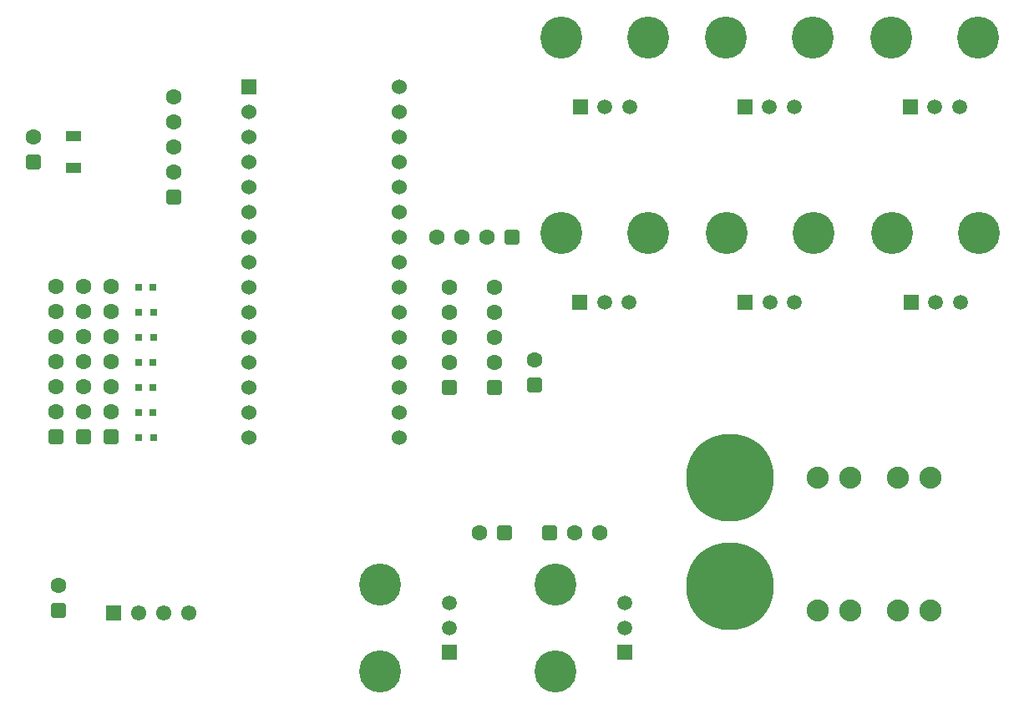
<source format=gbr>
G04*
G04 #@! TF.GenerationSoftware,Altium Limited,Altium Designer,24.1.2 (44)*
G04*
G04 Layer_Color=255*
%FSLAX25Y25*%
%MOIN*%
G70*
G04*
G04 #@! TF.SameCoordinates,E3FF4B23-F407-445B-9987-FD0FFFC61A21*
G04*
G04*
G04 #@! TF.FilePolarity,Positive*
G04*
G01*
G75*
%ADD15R,0.03150X0.03150*%
%ADD16R,0.05906X0.03937*%
%ADD22C,0.08800*%
%ADD28C,0.06102*%
%ADD29R,0.06102X0.06102*%
%ADD32C,0.06000*%
%ADD33R,0.06000X0.06000*%
%ADD34C,0.06299*%
G04:AMPARAMS|DCode=35|XSize=62.99mil|YSize=62.99mil|CornerRadius=15.75mil|HoleSize=0mil|Usage=FLASHONLY|Rotation=90.000|XOffset=0mil|YOffset=0mil|HoleType=Round|Shape=RoundedRectangle|*
%AMROUNDEDRECTD35*
21,1,0.06299,0.03150,0,0,90.0*
21,1,0.03150,0.06299,0,0,90.0*
1,1,0.03150,0.01575,0.01575*
1,1,0.03150,0.01575,-0.01575*
1,1,0.03150,-0.01575,-0.01575*
1,1,0.03150,-0.01575,0.01575*
%
%ADD35ROUNDEDRECTD35*%
G04:AMPARAMS|DCode=36|XSize=62.99mil|YSize=62.99mil|CornerRadius=15.75mil|HoleSize=0mil|Usage=FLASHONLY|Rotation=180.000|XOffset=0mil|YOffset=0mil|HoleType=Round|Shape=RoundedRectangle|*
%AMROUNDEDRECTD36*
21,1,0.06299,0.03150,0,0,180.0*
21,1,0.03150,0.06299,0,0,180.0*
1,1,0.03150,-0.01575,0.01575*
1,1,0.03150,0.01575,0.01575*
1,1,0.03150,0.01575,-0.01575*
1,1,0.03150,-0.01575,-0.01575*
%
%ADD36ROUNDEDRECTD36*%
%ADD37C,0.35000*%
%ADD38R,0.05906X0.05906*%
%ADD39C,0.05906*%
%ADD40C,0.16772*%
%ADD41R,0.05906X0.05906*%
D15*
X270094Y344000D02*
D03*
X276000D02*
D03*
X270094Y394000D02*
D03*
X276000D02*
D03*
X270094Y384000D02*
D03*
X276000D02*
D03*
X270000Y374000D02*
D03*
X275905D02*
D03*
X270000Y364000D02*
D03*
X275905D02*
D03*
X270000Y354000D02*
D03*
X275905D02*
D03*
X270000Y404000D02*
D03*
X275905D02*
D03*
D16*
X244000Y464299D02*
D03*
Y451701D02*
D03*
D22*
X573000Y275000D02*
D03*
X586000D02*
D03*
X573000Y328000D02*
D03*
X586000D02*
D03*
X554000D02*
D03*
X541000D02*
D03*
X554000Y275000D02*
D03*
X541000D02*
D03*
D28*
X290000Y274000D02*
D03*
X280000D02*
D03*
X270000D02*
D03*
D29*
X260000D02*
D03*
D32*
X314000Y364000D02*
D03*
Y374000D02*
D03*
Y384000D02*
D03*
Y394000D02*
D03*
Y404000D02*
D03*
Y414000D02*
D03*
Y424000D02*
D03*
Y434000D02*
D03*
Y444000D02*
D03*
Y454000D02*
D03*
Y464000D02*
D03*
Y474000D02*
D03*
X374000Y484000D02*
D03*
X314000Y354000D02*
D03*
Y344000D02*
D03*
X374000Y474000D02*
D03*
Y464000D02*
D03*
Y454000D02*
D03*
Y444000D02*
D03*
Y434000D02*
D03*
Y424000D02*
D03*
Y414000D02*
D03*
Y404000D02*
D03*
Y394000D02*
D03*
Y364000D02*
D03*
Y384000D02*
D03*
Y374000D02*
D03*
Y354000D02*
D03*
Y344000D02*
D03*
D33*
X314000Y484000D02*
D03*
D34*
X237000Y404347D02*
D03*
Y394346D02*
D03*
Y374346D02*
D03*
Y354346D02*
D03*
Y364347D02*
D03*
Y384347D02*
D03*
X248000Y404347D02*
D03*
Y394346D02*
D03*
Y374346D02*
D03*
Y354346D02*
D03*
Y364347D02*
D03*
Y384347D02*
D03*
X259000Y404347D02*
D03*
Y394346D02*
D03*
Y374346D02*
D03*
Y354346D02*
D03*
Y364347D02*
D03*
Y384347D02*
D03*
X412000Y384000D02*
D03*
Y374000D02*
D03*
Y394000D02*
D03*
Y404000D02*
D03*
X409000Y424000D02*
D03*
X399000D02*
D03*
X389000D02*
D03*
X444000Y306000D02*
D03*
X454000D02*
D03*
X406000D02*
D03*
X428000Y375000D02*
D03*
X238000Y285000D02*
D03*
X284000Y460000D02*
D03*
Y450000D02*
D03*
Y470000D02*
D03*
Y480000D02*
D03*
X394000Y384000D02*
D03*
Y374000D02*
D03*
Y394000D02*
D03*
Y404000D02*
D03*
X228000Y464000D02*
D03*
D35*
X237000Y344346D02*
D03*
X248000D02*
D03*
X259000D02*
D03*
X412000Y364000D02*
D03*
X428000Y365000D02*
D03*
X238000Y275000D02*
D03*
X284000Y440000D02*
D03*
X394000Y364000D02*
D03*
X228000Y454000D02*
D03*
D36*
X419000Y424000D02*
D03*
X434000Y306000D02*
D03*
X416000D02*
D03*
D37*
X506000Y284693D02*
D03*
Y328000D02*
D03*
D38*
X578315Y398000D02*
D03*
X512157D02*
D03*
X446158D02*
D03*
X578000Y476000D02*
D03*
X512000D02*
D03*
X446315D02*
D03*
D39*
X588158Y398000D02*
D03*
X598000D02*
D03*
X522000D02*
D03*
X531843D02*
D03*
X456000D02*
D03*
X465842D02*
D03*
X587843Y476000D02*
D03*
X597685D02*
D03*
X521842D02*
D03*
X531685D02*
D03*
X456157D02*
D03*
X466000D02*
D03*
X464000Y268158D02*
D03*
Y278000D02*
D03*
X394000Y268158D02*
D03*
Y278000D02*
D03*
D40*
X570835Y425559D02*
D03*
X605480D02*
D03*
X504677D02*
D03*
X539323D02*
D03*
X438677D02*
D03*
X473323D02*
D03*
X570520Y503559D02*
D03*
X605165D02*
D03*
X504520D02*
D03*
X539165D02*
D03*
X438835D02*
D03*
X473480D02*
D03*
X436441Y250835D02*
D03*
Y285480D02*
D03*
X366441Y250835D02*
D03*
Y285480D02*
D03*
D41*
X464000Y258315D02*
D03*
X394000D02*
D03*
M02*

</source>
